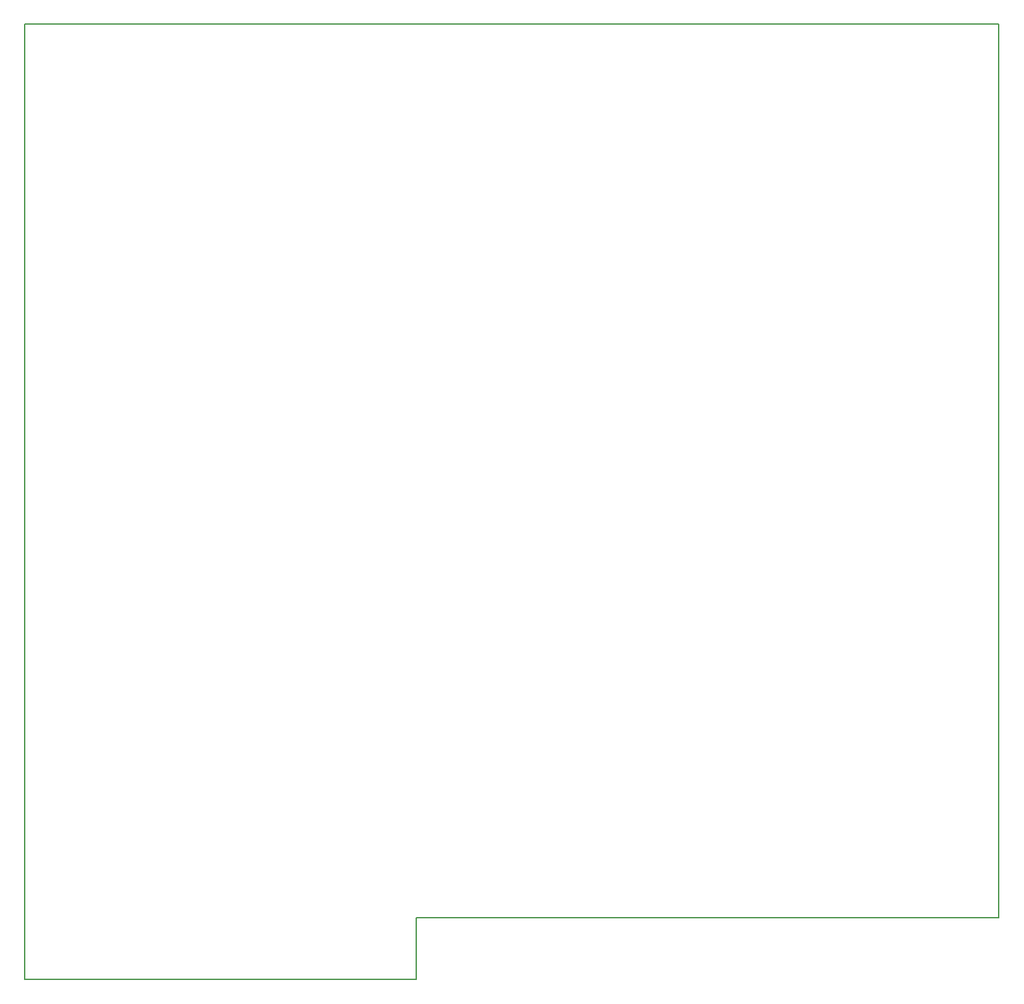
<source format=gbr>
%TF.GenerationSoftware,KiCad,Pcbnew,4.0.7-e2-6376~61~ubuntu18.04.1*%
%TF.CreationDate,2020-08-28T19:40:58+02:00*%
%TF.ProjectId,ram,72616D2E6B696361645F706362000000,rev?*%
%TF.FileFunction,Legend,Bot*%
%FSLAX46Y46*%
G04 Gerber Fmt 4.6, Leading zero omitted, Abs format (unit mm)*
G04 Created by KiCad (PCBNEW 4.0.7-e2-6376~61~ubuntu18.04.1) date Fri Aug 28 19:40:58 2020*
%MOMM*%
%LPD*%
G01*
G04 APERTURE LIST*
%ADD10C,0.100000*%
%ADD11C,0.150000*%
G04 APERTURE END LIST*
D10*
D11*
X79756000Y-150622000D02*
X80264000Y-150622000D01*
X79756000Y-158673800D02*
X79756000Y-150622000D01*
X28702000Y-158673800D02*
X79756000Y-158673800D01*
X28702000Y-151130000D02*
X28702000Y-158673800D01*
X127000000Y-150622000D02*
X80264000Y-150622000D01*
X28702000Y-34036000D02*
X28702000Y-151130000D01*
X28956000Y-34036000D02*
X28702000Y-34036000D01*
X155702000Y-34036000D02*
X28956000Y-34036000D01*
X155702000Y-116586000D02*
X155702000Y-34036000D01*
X155702000Y-150622000D02*
X155702000Y-116586000D01*
X127000000Y-150622000D02*
X155702000Y-150622000D01*
M02*

</source>
